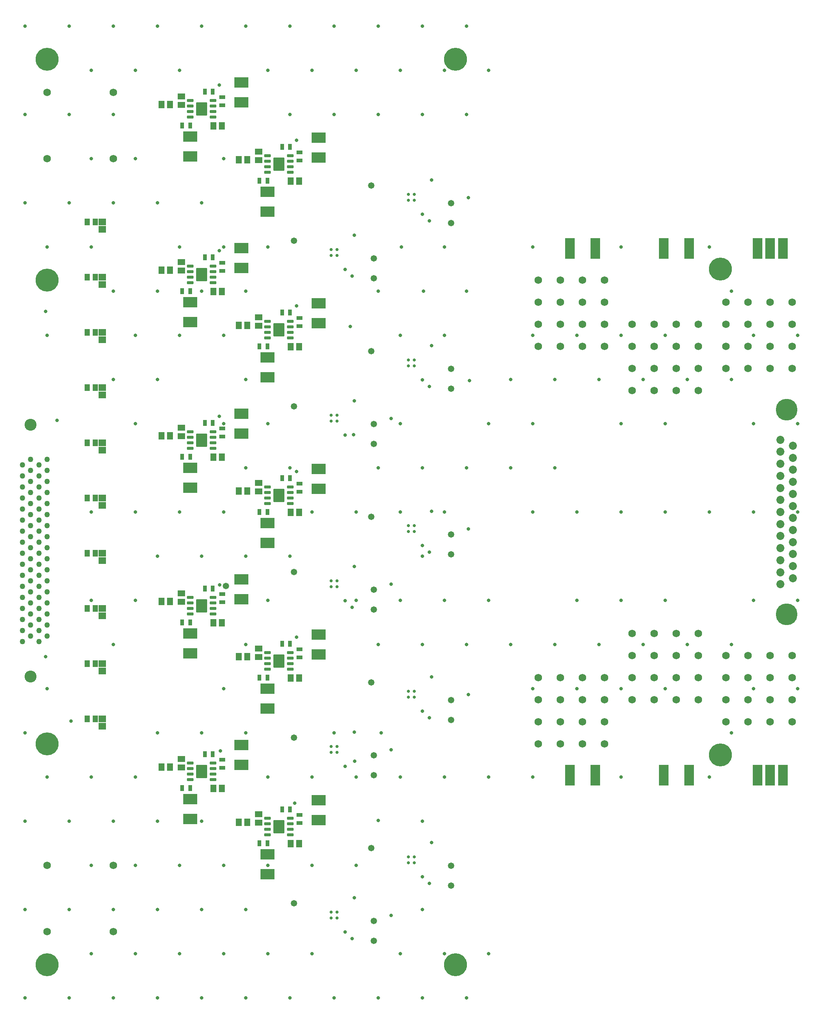
<source format=gbr>
%TF.GenerationSoftware,Altium Limited,Altium Designer,25.0.2 (28)*%
G04 Layer_Color=8388736*
%FSLAX45Y45*%
%MOMM*%
%TF.SameCoordinates,97F7605E-EDA1-4B57-83DE-D803DCB7673D*%
%TF.FilePolarity,Negative*%
%TF.FileFunction,Soldermask,Top*%
%TF.Part,Single*%
G01*
G75*
%TA.AperFunction,SMDPad,CuDef*%
%ADD12R,0.95000X1.40000*%
%ADD17R,1.40000X0.95000*%
%TA.AperFunction,ViaPad*%
%ADD47C,1.47320*%
%TA.AperFunction,OtherPad,Pad U10-9 (88.9mm,80.01mm)*%
G04:AMPARAMS|DCode=55|XSize=2.49mm|YSize=3mm|CornerRadius=0.0498mm|HoleSize=0mm|Usage=FLASHONLY|Rotation=0.000|XOffset=0mm|YOffset=0mm|HoleType=Round|Shape=RoundedRectangle|*
%AMROUNDEDRECTD55*
21,1,2.49000,2.90040,0,0,0.0*
21,1,2.39040,3.00000,0,0,0.0*
1,1,0.09960,1.19520,-1.45020*
1,1,0.09960,-1.19520,-1.45020*
1,1,0.09960,-1.19520,1.45020*
1,1,0.09960,1.19520,1.45020*
%
%ADD55ROUNDEDRECTD55*%
%TA.AperFunction,OtherPad,Pad U2-9 (88.9mm,232.41mm)*%
G04:AMPARAMS|DCode=56|XSize=2.49mm|YSize=3mm|CornerRadius=0.0498mm|HoleSize=0mm|Usage=FLASHONLY|Rotation=0.000|XOffset=0mm|YOffset=0mm|HoleType=Round|Shape=RoundedRectangle|*
%AMROUNDEDRECTD56*
21,1,2.49000,2.90040,0,0,0.0*
21,1,2.39040,3.00000,0,0,0.0*
1,1,0.09960,1.19520,-1.45020*
1,1,0.09960,-1.19520,-1.45020*
1,1,0.09960,-1.19520,1.45020*
1,1,0.09960,1.19520,1.45020*
%
%ADD56ROUNDEDRECTD56*%
%TA.AperFunction,OtherPad,Pad U4-9 (88.9mm,194.31mm)*%
G04:AMPARAMS|DCode=57|XSize=2.49mm|YSize=3mm|CornerRadius=0.0498mm|HoleSize=0mm|Usage=FLASHONLY|Rotation=0.000|XOffset=0mm|YOffset=0mm|HoleType=Round|Shape=RoundedRectangle|*
%AMROUNDEDRECTD57*
21,1,2.49000,2.90040,0,0,0.0*
21,1,2.39040,3.00000,0,0,0.0*
1,1,0.09960,1.19520,-1.45020*
1,1,0.09960,-1.19520,-1.45020*
1,1,0.09960,-1.19520,1.45020*
1,1,0.09960,1.19520,1.45020*
%
%ADD57ROUNDEDRECTD57*%
%TA.AperFunction,OtherPad,Pad U8-9 (88.9mm,118.11mm)*%
G04:AMPARAMS|DCode=58|XSize=2.49mm|YSize=3mm|CornerRadius=0.0498mm|HoleSize=0mm|Usage=FLASHONLY|Rotation=0.000|XOffset=0mm|YOffset=0mm|HoleType=Round|Shape=RoundedRectangle|*
%AMROUNDEDRECTD58*
21,1,2.49000,2.90040,0,0,0.0*
21,1,2.39040,3.00000,0,0,0.0*
1,1,0.09960,1.19520,-1.45020*
1,1,0.09960,-1.19520,-1.45020*
1,1,0.09960,-1.19520,1.45020*
1,1,0.09960,1.19520,1.45020*
%
%ADD58ROUNDEDRECTD58*%
%TA.AperFunction,OtherPad,Pad U6-9 (88.9mm,156.21mm)*%
G04:AMPARAMS|DCode=59|XSize=2.49mm|YSize=3mm|CornerRadius=0.0498mm|HoleSize=0mm|Usage=FLASHONLY|Rotation=0.000|XOffset=0mm|YOffset=0mm|HoleType=Round|Shape=RoundedRectangle|*
%AMROUNDEDRECTD59*
21,1,2.49000,2.90040,0,0,0.0*
21,1,2.39040,3.00000,0,0,0.0*
1,1,0.09960,1.19520,-1.45020*
1,1,0.09960,-1.19520,-1.45020*
1,1,0.09960,-1.19520,1.45020*
1,1,0.09960,1.19520,1.45020*
%
%ADD59ROUNDEDRECTD59*%
%TA.AperFunction,OtherPad,Pad U1-9 (71.12mm,245.11mm)*%
G04:AMPARAMS|DCode=60|XSize=2.49mm|YSize=3mm|CornerRadius=0.0498mm|HoleSize=0mm|Usage=FLASHONLY|Rotation=0.000|XOffset=0mm|YOffset=0mm|HoleType=Round|Shape=RoundedRectangle|*
%AMROUNDEDRECTD60*
21,1,2.49000,2.90040,0,0,0.0*
21,1,2.39040,3.00000,0,0,0.0*
1,1,0.09960,1.19520,-1.45020*
1,1,0.09960,-1.19520,-1.45020*
1,1,0.09960,-1.19520,1.45020*
1,1,0.09960,1.19520,1.45020*
%
%ADD60ROUNDEDRECTD60*%
%TA.AperFunction,OtherPad,Pad U3-9 (71.12mm,207.01mm)*%
G04:AMPARAMS|DCode=61|XSize=2.49mm|YSize=3mm|CornerRadius=0.0498mm|HoleSize=0mm|Usage=FLASHONLY|Rotation=0.000|XOffset=0mm|YOffset=0mm|HoleType=Round|Shape=RoundedRectangle|*
%AMROUNDEDRECTD61*
21,1,2.49000,2.90040,0,0,0.0*
21,1,2.39040,3.00000,0,0,0.0*
1,1,0.09960,1.19520,-1.45020*
1,1,0.09960,-1.19520,-1.45020*
1,1,0.09960,-1.19520,1.45020*
1,1,0.09960,1.19520,1.45020*
%
%ADD61ROUNDEDRECTD61*%
%TA.AperFunction,OtherPad,Pad U9-9 (71.12mm,92.71mm)*%
G04:AMPARAMS|DCode=62|XSize=2.49mm|YSize=3mm|CornerRadius=0.0498mm|HoleSize=0mm|Usage=FLASHONLY|Rotation=0.000|XOffset=0mm|YOffset=0mm|HoleType=Round|Shape=RoundedRectangle|*
%AMROUNDEDRECTD62*
21,1,2.49000,2.90040,0,0,0.0*
21,1,2.39040,3.00000,0,0,0.0*
1,1,0.09960,1.19520,-1.45020*
1,1,0.09960,-1.19520,-1.45020*
1,1,0.09960,-1.19520,1.45020*
1,1,0.09960,1.19520,1.45020*
%
%ADD62ROUNDEDRECTD62*%
%TA.AperFunction,OtherPad,Pad U7-9 (71.12mm,130.81mm)*%
G04:AMPARAMS|DCode=63|XSize=2.49mm|YSize=3mm|CornerRadius=0.0498mm|HoleSize=0mm|Usage=FLASHONLY|Rotation=0.000|XOffset=0mm|YOffset=0mm|HoleType=Round|Shape=RoundedRectangle|*
%AMROUNDEDRECTD63*
21,1,2.49000,2.90040,0,0,0.0*
21,1,2.39040,3.00000,0,0,0.0*
1,1,0.09960,1.19520,-1.45020*
1,1,0.09960,-1.19520,-1.45020*
1,1,0.09960,-1.19520,1.45020*
1,1,0.09960,1.19520,1.45020*
%
%ADD63ROUNDEDRECTD63*%
%TA.AperFunction,OtherPad,Pad U5-9 (71.12mm,168.91mm)*%
G04:AMPARAMS|DCode=64|XSize=2.49mm|YSize=3mm|CornerRadius=0.0498mm|HoleSize=0mm|Usage=FLASHONLY|Rotation=0.000|XOffset=0mm|YOffset=0mm|HoleType=Round|Shape=RoundedRectangle|*
%AMROUNDEDRECTD64*
21,1,2.49000,2.90040,0,0,0.0*
21,1,2.39040,3.00000,0,0,0.0*
1,1,0.09960,1.19520,-1.45020*
1,1,0.09960,-1.19520,-1.45020*
1,1,0.09960,-1.19520,1.45020*
1,1,0.09960,1.19520,1.45020*
%
%ADD64ROUNDEDRECTD64*%
%TA.AperFunction,SMDPad,CuDef*%
%ADD65R,1.65320X1.40320*%
%ADD66R,1.40320X1.65320*%
%ADD67R,2.23520X4.77520*%
G04:AMPARAMS|DCode=68|XSize=0.7532mm|YSize=1.4532mm|CornerRadius=0.1511mm|HoleSize=0mm|Usage=FLASHONLY|Rotation=90.000|XOffset=0mm|YOffset=0mm|HoleType=Round|Shape=RoundedRectangle|*
%AMROUNDEDRECTD68*
21,1,0.75320,1.15100,0,0,90.0*
21,1,0.45100,1.45320,0,0,90.0*
1,1,0.30220,0.57550,0.22550*
1,1,0.30220,0.57550,-0.22550*
1,1,0.30220,-0.57550,-0.22550*
1,1,0.30220,-0.57550,0.22550*
%
%ADD68ROUNDEDRECTD68*%
%ADD69R,3.25120X2.48920*%
%ADD70R,1.65320X1.50320*%
%ADD71R,1.20320X1.55320*%
%TA.AperFunction,ComponentPad*%
%ADD72C,1.27000*%
%ADD73C,2.74320*%
%ADD74C,1.72720*%
%TA.AperFunction,ViaPad*%
%ADD75C,1.72720*%
%TA.AperFunction,ComponentPad*%
%ADD76C,1.85320*%
%ADD77C,5.00320*%
%TA.AperFunction,ViaPad*%
%ADD78C,5.28320*%
%ADD79C,0.81280*%
%ADD80C,0.70320*%
D12*
X7369600Y24904700D02*
D03*
X7184600D02*
D03*
X8626900Y22860001D02*
D03*
X8441900D02*
D03*
X8626900Y19050000D02*
D03*
X8441900D02*
D03*
X8626900Y7620000D02*
D03*
X8441900D02*
D03*
X8626900Y11430000D02*
D03*
X8441900D02*
D03*
X8962600Y8394700D02*
D03*
X9147600D02*
D03*
X8962600Y12204700D02*
D03*
X9147600D02*
D03*
X8962600Y23634700D02*
D03*
X9147600D02*
D03*
X8962600Y19824699D02*
D03*
X9147600D02*
D03*
X8626900Y15239999D02*
D03*
X8441900D02*
D03*
X8962600Y16014700D02*
D03*
X9147600D02*
D03*
X6848900Y12700000D02*
D03*
X6663900D02*
D03*
X7184600Y13474699D02*
D03*
X7369600D02*
D03*
X7184600Y9664700D02*
D03*
X7369600D02*
D03*
X7184600Y21094701D02*
D03*
X7369600D02*
D03*
X6848900Y8890000D02*
D03*
X6663900D02*
D03*
X6848900Y24130000D02*
D03*
X6663900D02*
D03*
X6848900Y20320000D02*
D03*
X6663900D02*
D03*
X6848900Y16510001D02*
D03*
X6663900D02*
D03*
X7184600Y17284700D02*
D03*
X7369600D02*
D03*
D17*
X9359900Y23326300D02*
D03*
Y23511301D02*
D03*
Y19516299D02*
D03*
Y19701300D02*
D03*
Y8086300D02*
D03*
Y8271300D02*
D03*
Y11896300D02*
D03*
Y12081300D02*
D03*
Y15706300D02*
D03*
Y15891299D02*
D03*
X7581900Y24596300D02*
D03*
Y24781300D02*
D03*
Y20786301D02*
D03*
Y20971300D02*
D03*
Y9356300D02*
D03*
Y9541300D02*
D03*
Y13166299D02*
D03*
Y13351300D02*
D03*
Y16976300D02*
D03*
Y17161301D02*
D03*
D47*
X7670800Y13538200D02*
D03*
X8026400Y25120599D02*
D03*
X9804400Y23850600D02*
D03*
X8026400Y21310600D02*
D03*
X9804400Y20040601D02*
D03*
X8026400Y17500600D02*
D03*
X9804400Y16230600D02*
D03*
Y12420600D02*
D03*
X8026400Y9880600D02*
D03*
X9804400Y8610600D02*
D03*
X11074400Y5372100D02*
D03*
X12852400Y6642100D02*
D03*
X11074400Y9182100D02*
D03*
X12852400Y10452100D02*
D03*
Y21882100D02*
D03*
X11074400Y20612100D02*
D03*
X12852400Y18072099D02*
D03*
X11074400Y16802100D02*
D03*
X12852400Y14262100D02*
D03*
X11074400Y12992101D02*
D03*
X12852400Y22339301D02*
D03*
X11010900Y22745700D02*
D03*
X12852400Y18529300D02*
D03*
X11010900Y18935699D02*
D03*
X12852400Y14719299D02*
D03*
X11010900Y15125700D02*
D03*
X12852400Y10909300D02*
D03*
X11010900Y11315700D02*
D03*
X12852400Y7099300D02*
D03*
X11010900Y7505700D02*
D03*
X8623300Y7366000D02*
D03*
X9804400Y8153400D02*
D03*
X8623300Y11176000D02*
D03*
X9804400Y11963400D02*
D03*
X8623300Y22606000D02*
D03*
X9804400Y23393401D02*
D03*
X8623300Y14986000D02*
D03*
X9804400Y15773399D02*
D03*
Y19583400D02*
D03*
X8623300Y18796001D02*
D03*
X11074400Y5829300D02*
D03*
Y9639300D02*
D03*
Y21069299D02*
D03*
Y17259300D02*
D03*
X9232900Y6235700D02*
D03*
Y10045700D02*
D03*
Y21475700D02*
D03*
Y17665700D02*
D03*
Y13855701D02*
D03*
X11074400Y13449300D02*
D03*
X8026400Y9423400D02*
D03*
Y13233400D02*
D03*
Y24663400D02*
D03*
Y20853400D02*
D03*
X6845300Y8636000D02*
D03*
Y12446000D02*
D03*
Y20066000D02*
D03*
Y23875999D02*
D03*
Y16256000D02*
D03*
X8026400Y17043401D02*
D03*
D55*
X8890000Y8001000D02*
D03*
D56*
Y23241000D02*
D03*
D57*
Y19431000D02*
D03*
D58*
Y11811000D02*
D03*
D59*
Y15621001D02*
D03*
D60*
X7112000Y24511000D02*
D03*
D61*
Y20700999D02*
D03*
D62*
Y9271000D02*
D03*
D63*
Y13081000D02*
D03*
D64*
Y16891000D02*
D03*
D65*
X6642100Y24801500D02*
D03*
Y24601500D02*
D03*
X8420100Y8091500D02*
D03*
Y8291500D02*
D03*
Y11901500D02*
D03*
Y12101500D02*
D03*
Y23331500D02*
D03*
Y23531500D02*
D03*
Y19521500D02*
D03*
Y19721500D02*
D03*
Y15711501D02*
D03*
Y15911501D02*
D03*
X6642100Y9361500D02*
D03*
Y9561500D02*
D03*
Y13171500D02*
D03*
Y13371500D02*
D03*
Y20791499D02*
D03*
Y20991499D02*
D03*
Y16981500D02*
D03*
Y17181500D02*
D03*
D66*
X6386500Y24612601D02*
D03*
X6186500D02*
D03*
X7964500Y8102600D02*
D03*
X8164500D02*
D03*
X7964500Y11912600D02*
D03*
X8164500D02*
D03*
X7964500Y23342599D02*
D03*
X8164500D02*
D03*
X7964500Y19532600D02*
D03*
X8164500D02*
D03*
X9158300Y22847301D02*
D03*
X9358300D02*
D03*
X9158300Y19037300D02*
D03*
X9358300D02*
D03*
X9158300Y7607300D02*
D03*
X9358300D02*
D03*
X9158300Y11417300D02*
D03*
X9358300D02*
D03*
X7964500Y15722600D02*
D03*
X8164500D02*
D03*
X9158300Y15227299D02*
D03*
X9358300D02*
D03*
X6186500Y9372600D02*
D03*
X6386500D02*
D03*
X6186500Y20802600D02*
D03*
X6386500D02*
D03*
X6186500Y13182600D02*
D03*
X6386500D02*
D03*
X7380300Y8877300D02*
D03*
X7580300D02*
D03*
X7380300Y12687300D02*
D03*
X7580300D02*
D03*
X7380300Y24117300D02*
D03*
X7580300D02*
D03*
X7380300Y20307300D02*
D03*
X7580300D02*
D03*
X7380300Y16497301D02*
D03*
X7580300D02*
D03*
X6186500Y16992599D02*
D03*
X6386500D02*
D03*
D67*
X15582899Y9182100D02*
D03*
X16167099D02*
D03*
X17741901D02*
D03*
X18326100D02*
D03*
X19900900D02*
D03*
X20485100D02*
D03*
X20192999D02*
D03*
X19900900Y21297900D02*
D03*
X20485100D02*
D03*
X20192999D02*
D03*
X17741901D02*
D03*
X18326100D02*
D03*
X16167101D02*
D03*
X15582899D02*
D03*
D68*
X8627500Y8191500D02*
D03*
Y8064500D02*
D03*
Y7937500D02*
D03*
Y7810500D02*
D03*
X9152500Y8191500D02*
D03*
Y8064500D02*
D03*
Y7937500D02*
D03*
Y7810500D02*
D03*
X8627500Y23431500D02*
D03*
Y23304500D02*
D03*
Y23177499D02*
D03*
Y23050500D02*
D03*
X9152500Y23431500D02*
D03*
Y23304500D02*
D03*
Y23177499D02*
D03*
Y23050500D02*
D03*
X8627500Y19621500D02*
D03*
Y19494501D02*
D03*
Y19367500D02*
D03*
Y19240500D02*
D03*
X9152500Y19621500D02*
D03*
Y19494501D02*
D03*
Y19367500D02*
D03*
Y19240500D02*
D03*
X8627500Y12001500D02*
D03*
Y11874500D02*
D03*
Y11747500D02*
D03*
Y11620500D02*
D03*
X9152500Y12001500D02*
D03*
Y11874500D02*
D03*
Y11747500D02*
D03*
Y11620500D02*
D03*
X8627500Y15811501D02*
D03*
Y15684500D02*
D03*
Y15557500D02*
D03*
Y15430499D02*
D03*
X9152500Y15811501D02*
D03*
Y15684500D02*
D03*
Y15557500D02*
D03*
Y15430499D02*
D03*
X6849500Y24701500D02*
D03*
Y24574500D02*
D03*
Y24447501D02*
D03*
Y24320500D02*
D03*
X7374500Y24701500D02*
D03*
Y24574500D02*
D03*
Y24447501D02*
D03*
Y24320500D02*
D03*
X6849500Y20891499D02*
D03*
Y20764500D02*
D03*
Y20637500D02*
D03*
Y20510500D02*
D03*
X7374500Y20891499D02*
D03*
Y20764500D02*
D03*
Y20637500D02*
D03*
Y20510500D02*
D03*
X6849500Y9461500D02*
D03*
Y9334500D02*
D03*
Y9207500D02*
D03*
Y9080500D02*
D03*
X7374500Y9461500D02*
D03*
Y9334500D02*
D03*
Y9207500D02*
D03*
Y9080500D02*
D03*
X6849500Y13271500D02*
D03*
Y13144501D02*
D03*
Y13017500D02*
D03*
Y12890500D02*
D03*
X7374500Y13271500D02*
D03*
Y13144501D02*
D03*
Y13017500D02*
D03*
Y12890500D02*
D03*
X6849500Y17081500D02*
D03*
Y16954500D02*
D03*
Y16827499D02*
D03*
Y16700500D02*
D03*
X7374500Y17081500D02*
D03*
Y16954500D02*
D03*
Y16827499D02*
D03*
Y16700500D02*
D03*
D69*
X9804400Y8610600D02*
D03*
Y8153400D02*
D03*
Y12420600D02*
D03*
Y11963400D02*
D03*
Y23850600D02*
D03*
Y23393401D02*
D03*
Y20040601D02*
D03*
Y19583400D02*
D03*
X8623300Y6908800D02*
D03*
Y7366000D02*
D03*
Y10718800D02*
D03*
Y11176000D02*
D03*
Y22148801D02*
D03*
Y22606000D02*
D03*
Y18338800D02*
D03*
Y18796001D02*
D03*
Y14528799D02*
D03*
Y14986000D02*
D03*
X9804400Y16230600D02*
D03*
Y15773399D02*
D03*
X8026400Y9880600D02*
D03*
Y9423400D02*
D03*
Y13690601D02*
D03*
Y13233400D02*
D03*
Y25120599D02*
D03*
Y24663400D02*
D03*
Y21310600D02*
D03*
Y20853400D02*
D03*
Y17500600D02*
D03*
Y17043401D02*
D03*
X6845300Y8178800D02*
D03*
Y8636000D02*
D03*
Y11988800D02*
D03*
Y12446000D02*
D03*
Y23418800D02*
D03*
Y23875999D02*
D03*
Y19608800D02*
D03*
Y20066000D02*
D03*
Y15798801D02*
D03*
Y16256000D02*
D03*
D70*
X4826000Y21742500D02*
D03*
Y21907500D02*
D03*
Y20472501D02*
D03*
Y20637502D02*
D03*
Y19202501D02*
D03*
Y19367500D02*
D03*
Y17932501D02*
D03*
Y18097501D02*
D03*
Y16662502D02*
D03*
Y16827501D02*
D03*
Y15392500D02*
D03*
Y15557501D02*
D03*
Y14122501D02*
D03*
Y14287502D02*
D03*
Y12852501D02*
D03*
Y13017500D02*
D03*
Y11582501D02*
D03*
Y11747501D02*
D03*
Y10312501D02*
D03*
Y10477501D02*
D03*
D71*
X4662000Y15557500D02*
D03*
X4482000D02*
D03*
Y21907500D02*
D03*
X4662000D02*
D03*
X4482000Y14287500D02*
D03*
X4662000D02*
D03*
X4482000Y20637500D02*
D03*
X4662000D02*
D03*
X4482000Y13017500D02*
D03*
X4662000D02*
D03*
X4482000Y19367500D02*
D03*
X4662000D02*
D03*
X4482000Y11747500D02*
D03*
X4662000D02*
D03*
X4482000Y18097501D02*
D03*
X4662000D02*
D03*
X4482000Y10477500D02*
D03*
X4662000D02*
D03*
X4482000Y16827499D02*
D03*
X4662000D02*
D03*
D72*
X3365500Y12255500D02*
D03*
Y12509500D02*
D03*
X3556000Y12382500D02*
D03*
X3365500Y12763500D02*
D03*
X3556000Y12636500D02*
D03*
X3365500Y13017500D02*
D03*
X3556000Y12890500D02*
D03*
X3365500Y13271500D02*
D03*
X3556000Y13144501D02*
D03*
X3365500Y13525500D02*
D03*
X3556000Y13398500D02*
D03*
X3365500Y13779500D02*
D03*
X3556000Y13652499D02*
D03*
X3365500Y14033501D02*
D03*
X3556000Y13906500D02*
D03*
X3365500Y14287500D02*
D03*
X3556000Y14160500D02*
D03*
X3365500Y14541499D02*
D03*
X3556000Y14414500D02*
D03*
X3365500Y14795500D02*
D03*
X3556000Y14668500D02*
D03*
X3365500Y15049500D02*
D03*
X3556000Y14922501D02*
D03*
X3365500Y15303500D02*
D03*
X3556000Y15176500D02*
D03*
X3365500Y15557500D02*
D03*
X3556000Y15430499D02*
D03*
X3365500Y15811501D02*
D03*
X3556000Y15684500D02*
D03*
X3365500Y16065500D02*
D03*
X3556000Y15938499D02*
D03*
X3365500Y16319501D02*
D03*
X3556000Y16192500D02*
D03*
Y16446500D02*
D03*
X2984500Y12255500D02*
D03*
Y12509500D02*
D03*
X3175000Y12382500D02*
D03*
X2984500Y12763500D02*
D03*
X3175000Y12636500D02*
D03*
X2984500Y13017500D02*
D03*
X3175000Y12890500D02*
D03*
X2984500Y13271500D02*
D03*
X3175000Y13144501D02*
D03*
X2984500Y13525500D02*
D03*
X3175000Y13398500D02*
D03*
X2984500Y13779500D02*
D03*
X3175000Y13652499D02*
D03*
X2984500Y14033501D02*
D03*
X3175000Y13906500D02*
D03*
X2984500Y14287500D02*
D03*
X3175000Y14160500D02*
D03*
X2984500Y14541499D02*
D03*
X3175000Y14414500D02*
D03*
X2984500Y14795500D02*
D03*
X3175000Y14668500D02*
D03*
X2984500Y15049500D02*
D03*
X3175000Y14922501D02*
D03*
X2984500Y15303500D02*
D03*
X3175000Y15176500D02*
D03*
X2984500Y15557500D02*
D03*
X3175000Y15430499D02*
D03*
X2984500Y15811501D02*
D03*
X3175000Y15684500D02*
D03*
X2984500Y16065500D02*
D03*
X3175000Y15938499D02*
D03*
X2984500Y16319501D02*
D03*
X3175000Y16192500D02*
D03*
Y16446500D02*
D03*
D73*
Y11455400D02*
D03*
Y17246600D02*
D03*
D74*
X16383000Y19050000D02*
D03*
Y19558000D02*
D03*
Y20066000D02*
D03*
Y20574001D02*
D03*
X15875000Y19050000D02*
D03*
Y19558000D02*
D03*
Y20066000D02*
D03*
Y20574001D02*
D03*
X15367000Y19050000D02*
D03*
Y19558000D02*
D03*
Y20066000D02*
D03*
Y20574001D02*
D03*
X14859000Y19050000D02*
D03*
Y19558000D02*
D03*
Y20066000D02*
D03*
Y20574001D02*
D03*
X18542000Y12446000D02*
D03*
Y11938000D02*
D03*
Y11430000D02*
D03*
Y10922000D02*
D03*
X18034000Y12446000D02*
D03*
Y11938000D02*
D03*
Y11430000D02*
D03*
Y10922000D02*
D03*
X17525999Y12446000D02*
D03*
Y11938000D02*
D03*
Y11430000D02*
D03*
Y10922000D02*
D03*
X17017999Y12446000D02*
D03*
Y11938000D02*
D03*
Y11430000D02*
D03*
Y10922000D02*
D03*
X20700999Y11938000D02*
D03*
Y11430000D02*
D03*
Y10922000D02*
D03*
Y10414000D02*
D03*
X20192999Y11938000D02*
D03*
Y11430000D02*
D03*
Y10922000D02*
D03*
Y10414000D02*
D03*
X19685001Y11938000D02*
D03*
Y11430000D02*
D03*
Y10922000D02*
D03*
Y10414000D02*
D03*
X19177000Y11938000D02*
D03*
Y11430000D02*
D03*
Y10922000D02*
D03*
Y10414000D02*
D03*
X20700999Y18542000D02*
D03*
Y19050000D02*
D03*
Y19558000D02*
D03*
Y20066000D02*
D03*
X20192999Y18542000D02*
D03*
Y19050000D02*
D03*
Y19558000D02*
D03*
Y20066000D02*
D03*
X19685001Y18542000D02*
D03*
Y19050000D02*
D03*
Y19558000D02*
D03*
Y20066000D02*
D03*
X19177000Y18542000D02*
D03*
Y19050000D02*
D03*
Y19558000D02*
D03*
Y20066000D02*
D03*
X16383000Y11430000D02*
D03*
Y10922000D02*
D03*
Y10414000D02*
D03*
Y9906000D02*
D03*
X15875000Y11430000D02*
D03*
Y10922000D02*
D03*
Y10414000D02*
D03*
Y9906000D02*
D03*
X15367000Y11430000D02*
D03*
Y10922000D02*
D03*
Y10414000D02*
D03*
Y9906000D02*
D03*
X14859000Y11430000D02*
D03*
Y10922000D02*
D03*
Y10414000D02*
D03*
Y9906000D02*
D03*
X18542000Y18034000D02*
D03*
Y18542000D02*
D03*
Y19050000D02*
D03*
Y19558000D02*
D03*
X18034000Y18034000D02*
D03*
Y18542000D02*
D03*
Y19050000D02*
D03*
Y19558000D02*
D03*
X17525999Y18034000D02*
D03*
Y18542000D02*
D03*
Y19050000D02*
D03*
Y19558000D02*
D03*
X17017999Y18034000D02*
D03*
Y18542000D02*
D03*
Y19050000D02*
D03*
Y19558000D02*
D03*
D75*
X3556000Y7112000D02*
D03*
Y23367999D02*
D03*
Y24892000D02*
D03*
X5080000D02*
D03*
Y23367999D02*
D03*
X3556000Y5588000D02*
D03*
X5080000D02*
D03*
Y7112000D02*
D03*
D76*
X20716200Y13716499D02*
D03*
Y13993500D02*
D03*
Y14270500D02*
D03*
Y14547501D02*
D03*
Y14824500D02*
D03*
Y15101500D02*
D03*
Y15378500D02*
D03*
Y15655499D02*
D03*
Y15932500D02*
D03*
Y16209500D02*
D03*
Y16486501D02*
D03*
Y16763499D02*
D03*
X20432201Y13578000D02*
D03*
Y13855000D02*
D03*
Y14132001D02*
D03*
Y14409000D02*
D03*
Y14686000D02*
D03*
Y14963000D02*
D03*
Y16625000D02*
D03*
Y16902000D02*
D03*
Y16071001D02*
D03*
Y16348000D02*
D03*
Y15794000D02*
D03*
Y15517000D02*
D03*
Y15239999D02*
D03*
D77*
X20574200Y17595000D02*
D03*
Y12885001D02*
D03*
D78*
X19050000Y20828000D02*
D03*
Y9652000D02*
D03*
X3556000Y20574001D02*
D03*
Y9906000D02*
D03*
Y25654001D02*
D03*
X12953999D02*
D03*
Y4826000D02*
D03*
X3556000D02*
D03*
D79*
X10629900Y9508700D02*
D03*
X10609490Y17018510D02*
D03*
X10574990Y5423410D02*
D03*
X12352990Y6693410D02*
D03*
X12352480Y10503920D02*
D03*
X10574480Y13043919D02*
D03*
X12352990Y14313409D02*
D03*
X12352480Y18123920D02*
D03*
X10574480Y20663921D02*
D03*
X12352990Y21933411D02*
D03*
X7526990Y13564110D02*
D03*
X9254740Y8540036D02*
D03*
X7539690Y9741410D02*
D03*
X9295380Y12358120D02*
D03*
X9295890Y16167610D02*
D03*
X7517380Y17438120D02*
D03*
X9295380Y19978120D02*
D03*
X7518400Y21247099D02*
D03*
X9295890Y23787610D02*
D03*
X7518400Y25057100D02*
D03*
X10528300Y19507201D02*
D03*
X4102100Y10426700D02*
D03*
X4572000Y23367999D02*
D03*
X19812000Y13208000D02*
D03*
X14732001Y21336000D02*
D03*
X16764000Y13208000D02*
D03*
X11176000Y16256000D02*
D03*
X16764000Y11176000D02*
D03*
X5080000Y8128000D02*
D03*
X3556000Y19303999D02*
D03*
X11684000Y5080000D02*
D03*
X13208000Y12192000D02*
D03*
X5588000Y17272000D02*
D03*
X6096000Y26416000D02*
D03*
X5080000Y4064000D02*
D03*
X14732001Y9144000D02*
D03*
X20828000Y11176000D02*
D03*
X18288000Y18288000D02*
D03*
X10668000Y15239999D02*
D03*
X12700000Y19303999D02*
D03*
X4572000Y7112000D02*
D03*
X5080000Y22352000D02*
D03*
X13716000Y5080000D02*
D03*
X4064000Y4064000D02*
D03*
X6096000D02*
D03*
X3556000Y9144000D02*
D03*
X5080000Y26416000D02*
D03*
X15748000Y15239999D02*
D03*
X5588000D02*
D03*
X11176000Y20320000D02*
D03*
X9652000Y7112000D02*
D03*
X12700000Y21336000D02*
D03*
X3048000Y10160000D02*
D03*
X20828000Y15239999D02*
D03*
X9144000Y26416000D02*
D03*
X12192000Y4064000D02*
D03*
X13208000D02*
D03*
X10668000Y7112000D02*
D03*
X5080000Y18288000D02*
D03*
X6604000Y21336000D02*
D03*
X10160000Y4064000D02*
D03*
X19303999Y20320000D02*
D03*
X3048000Y24384000D02*
D03*
X5080000D02*
D03*
X7620000Y23367999D02*
D03*
X8128000Y20320000D02*
D03*
X7112000Y4064000D02*
D03*
X13208000Y20320000D02*
D03*
X16764000Y15239999D02*
D03*
X4064000Y22352000D02*
D03*
X17780000Y19303999D02*
D03*
X10668000Y9144000D02*
D03*
X11176000Y12192000D02*
D03*
X17780000Y13208000D02*
D03*
X13208000Y24384000D02*
D03*
X8636000Y25400000D02*
D03*
X5588000Y19303999D02*
D03*
X16256000Y18288000D02*
D03*
X13208000Y26416000D02*
D03*
X15748000Y13208000D02*
D03*
X13716000Y9144000D02*
D03*
X6096000Y20320000D02*
D03*
X13716000Y25400000D02*
D03*
X17780000Y11176000D02*
D03*
X6604000Y15239999D02*
D03*
X15239999Y12192000D02*
D03*
X15748000Y19303999D02*
D03*
X7112000Y22352000D02*
D03*
X4064000Y26416000D02*
D03*
X15748000Y11176000D02*
D03*
X6096000Y14224001D02*
D03*
X3048000Y22352000D02*
D03*
X19812000Y15239999D02*
D03*
X5588000Y13208000D02*
D03*
X16764000Y17272000D02*
D03*
X8636000Y21336000D02*
D03*
X14732001Y17272000D02*
D03*
X4064000Y8128000D02*
D03*
X10668000Y13208000D02*
D03*
X5588000Y25400000D02*
D03*
X7112000Y26416000D02*
D03*
X11709400Y21336000D02*
D03*
X5588000Y7112000D02*
D03*
X19812000Y11176000D02*
D03*
X7112000Y20320000D02*
D03*
X12217400D02*
D03*
X12192000Y26416000D02*
D03*
X16764000Y19303999D02*
D03*
X12192000Y12192000D02*
D03*
X6604000Y5080000D02*
D03*
X13208000Y16256000D02*
D03*
X3556000Y21336000D02*
D03*
X12700000Y9144000D02*
D03*
X3048000Y4064000D02*
D03*
X9144000Y24384000D02*
D03*
X8128000Y14224001D02*
D03*
X19303999Y10160000D02*
D03*
X11239500D02*
D03*
X8636000Y7112000D02*
D03*
X11176000Y8140700D02*
D03*
X7620000Y11176000D02*
D03*
X8636000Y9144000D02*
D03*
X9652000Y5080000D02*
D03*
X7620000Y21336000D02*
D03*
X13716000Y13208000D02*
D03*
X14224001Y12192000D02*
D03*
X5588000Y9144000D02*
D03*
X12700000Y15239999D02*
D03*
X3048000Y6096000D02*
D03*
X10160000Y26416000D02*
D03*
X6604000Y7112000D02*
D03*
X16764000Y9144000D02*
D03*
X11684000Y25400000D02*
D03*
X6096000Y18288000D02*
D03*
X10160000Y10160000D02*
D03*
X7620000Y7112000D02*
D03*
X9652000Y9144000D02*
D03*
X15239999Y16256000D02*
D03*
X8636000Y17272000D02*
D03*
X4064000Y6096000D02*
D03*
X5588000Y5080000D02*
D03*
X12700000Y25400000D02*
D03*
X18796001Y15239999D02*
D03*
X11176000Y26416000D02*
D03*
X7112000Y8128000D02*
D03*
X9652000Y25400000D02*
D03*
X11684000Y13208000D02*
D03*
X16764000Y21336000D02*
D03*
X20828000Y17272000D02*
D03*
X8636000Y5080000D02*
D03*
X18796001Y9144000D02*
D03*
X11684000Y15239999D02*
D03*
X4572000Y5080000D02*
D03*
X7112000Y6096000D02*
D03*
X11684000Y19303999D02*
D03*
X14732001Y15239999D02*
D03*
X9144000Y14224001D02*
D03*
X14732001Y19303999D02*
D03*
X7112000Y10160000D02*
D03*
X19303999Y12192000D02*
D03*
X8128000Y6096000D02*
D03*
X10668000Y25400000D02*
D03*
X4572000Y9144000D02*
D03*
X12192000Y14224001D02*
D03*
X6096000Y10160000D02*
D03*
X5080000Y12192000D02*
D03*
X20828000Y13208000D02*
D03*
X19812000Y17272000D02*
D03*
X8128000Y16256000D02*
D03*
X14224001Y18288000D02*
D03*
X8128000Y12192000D02*
D03*
X11684000Y9144000D02*
D03*
X7620000Y19303999D02*
D03*
X18796001Y21336000D02*
D03*
X15239999Y18288000D02*
D03*
X4064000Y24384000D02*
D03*
X6096000Y6096000D02*
D03*
X5080000Y20320000D02*
D03*
X4572000Y13208000D02*
D03*
X12192000Y16256000D02*
D03*
X17272000Y18288000D02*
D03*
X7620000Y17272000D02*
D03*
X18288000Y12192000D02*
D03*
X6096000Y8128000D02*
D03*
X8128000Y10160000D02*
D03*
X12192000Y24384000D02*
D03*
X6604000Y19303999D02*
D03*
X10160000Y24384000D02*
D03*
X11176000Y4064000D02*
D03*
X7112000Y14224001D02*
D03*
X17780000Y17272000D02*
D03*
X12700000Y13208000D02*
D03*
X12192000Y6096000D02*
D03*
X20828000Y19303999D02*
D03*
X3048000Y26416000D02*
D03*
X7620000Y15239999D02*
D03*
X4572000Y25400000D02*
D03*
X8128000Y18288000D02*
D03*
X3048000Y8128000D02*
D03*
X9144000Y4064000D02*
D03*
X3556000Y11176000D02*
D03*
X9144000Y16256000D02*
D03*
X7620000Y5080000D02*
D03*
X17780000Y15239999D02*
D03*
X19303999Y18288000D02*
D03*
X4572000Y21336000D02*
D03*
X8128000Y26416000D02*
D03*
X6096000Y22352000D02*
D03*
X8128000Y4064000D02*
D03*
X12700000Y5080000D02*
D03*
X16256000Y12192000D02*
D03*
X5588000Y23367999D02*
D03*
X9652000Y15239999D02*
D03*
X17272000Y12192000D02*
D03*
X11684000Y17272000D02*
D03*
X5080000Y6096000D02*
D03*
X8636000Y13208000D02*
D03*
X19812000Y19303999D02*
D03*
X6604000Y25400000D02*
D03*
X13716000Y17272000D02*
D03*
X14224001Y16256000D02*
D03*
X4572000Y15239999D02*
D03*
X14732001Y11176000D02*
D03*
X11176000Y24384000D02*
D03*
X12192000Y8128000D02*
D03*
X13271500Y18262601D02*
D03*
X3517900Y19850101D02*
D03*
X11468100Y5956300D02*
D03*
Y9766300D02*
D03*
X13246100Y11036300D02*
D03*
X11468100Y13576300D02*
D03*
X13246100Y22466299D02*
D03*
X11468100Y17386301D02*
D03*
X13246100Y14846300D02*
D03*
X10417600Y5575300D02*
D03*
X10628300Y6362700D02*
D03*
X12195600Y6845300D02*
D03*
X12406300Y7632700D02*
D03*
X10417600Y9385300D02*
D03*
X10628300Y10172700D02*
D03*
X12195600Y10655300D02*
D03*
X12406300Y11442700D02*
D03*
X10417600Y13195300D02*
D03*
X10628300Y13982700D02*
D03*
X12195600Y14465300D02*
D03*
X12406300Y15252699D02*
D03*
X10417090Y17005811D02*
D03*
X10628300Y17792700D02*
D03*
X12195090Y18275810D02*
D03*
X12406300Y19062700D02*
D03*
X10417600Y20815300D02*
D03*
X10628300Y21602699D02*
D03*
X12195600Y22085300D02*
D03*
X12406300Y22872701D02*
D03*
X9357790Y7607810D02*
D03*
X9147090Y8395210D02*
D03*
X7579790Y8877810D02*
D03*
X7369090Y9665210D02*
D03*
X9357790Y11417810D02*
D03*
X9147090Y12205210D02*
D03*
X7579790Y12687810D02*
D03*
X7369090Y13475211D02*
D03*
X9357790Y15227811D02*
D03*
X9147090Y16015210D02*
D03*
X7579790Y16497810D02*
D03*
X7369090Y17285210D02*
D03*
X9357790Y19037810D02*
D03*
X9147090Y19825211D02*
D03*
X7579790Y20307809D02*
D03*
X7369090Y21095210D02*
D03*
X9357790Y22847810D02*
D03*
X9147600Y23634700D02*
D03*
X7579790Y24117810D02*
D03*
X7369600Y24904700D02*
D03*
X3517900Y11912600D02*
D03*
X3784600Y17348199D02*
D03*
D80*
X12003000Y7304000D02*
D03*
X11873000D02*
D03*
X12003000Y7174000D02*
D03*
X11873000D02*
D03*
X12003000Y11114000D02*
D03*
X11873000D02*
D03*
X12003000Y10984000D02*
D03*
X11873000D02*
D03*
X12003000Y22544000D02*
D03*
X11873000D02*
D03*
X12003000Y22414000D02*
D03*
X11873000D02*
D03*
X12003000Y18734000D02*
D03*
X11873000D02*
D03*
X12003000Y18603999D02*
D03*
X11873000D02*
D03*
X12003000Y14924001D02*
D03*
X11873000D02*
D03*
X12003000Y14794000D02*
D03*
X11873000D02*
D03*
X8955000Y7936000D02*
D03*
X8825000D02*
D03*
X8955000Y8066000D02*
D03*
X8825000D02*
D03*
X8955000Y23175999D02*
D03*
X8825000D02*
D03*
X8955000Y23306000D02*
D03*
X8825000D02*
D03*
X8955000Y19366000D02*
D03*
X8825000D02*
D03*
X8955000Y19496001D02*
D03*
X8825000D02*
D03*
X8955000Y11746000D02*
D03*
X8825000D02*
D03*
X8955000Y11876000D02*
D03*
X8825000D02*
D03*
X8955000Y15556000D02*
D03*
X8825000D02*
D03*
X8955000Y15686000D02*
D03*
X8825000D02*
D03*
X10225000Y6034000D02*
D03*
X10095000D02*
D03*
X10225000Y5904000D02*
D03*
X10095000D02*
D03*
X10225000Y9844000D02*
D03*
X10095000D02*
D03*
X10225000Y9714000D02*
D03*
X10095000D02*
D03*
X10225000Y21274001D02*
D03*
X10095000D02*
D03*
X10225000Y21144000D02*
D03*
X10095000D02*
D03*
X10225000Y17464000D02*
D03*
X10095000D02*
D03*
X10225000Y17334000D02*
D03*
X10095000D02*
D03*
X10225000Y13653999D02*
D03*
X10095000D02*
D03*
X10225000Y13524001D02*
D03*
X10095000D02*
D03*
X7177000Y24446001D02*
D03*
X7047000D02*
D03*
X7177000Y24575999D02*
D03*
X7047000D02*
D03*
X7177000Y20636000D02*
D03*
X7047000D02*
D03*
X7177000Y20766000D02*
D03*
X7047000D02*
D03*
X7177000Y9206000D02*
D03*
X7047000D02*
D03*
X7177000Y9336000D02*
D03*
X7047000D02*
D03*
X7177000Y13016000D02*
D03*
X7047000D02*
D03*
X7177000Y13146001D02*
D03*
X7047000D02*
D03*
X7177000Y16825999D02*
D03*
X7047000D02*
D03*
X7177000Y16956000D02*
D03*
X7047000D02*
D03*
%TF.MD5,4f431842db2bcb094731c27589f9383a*%
M02*

</source>
